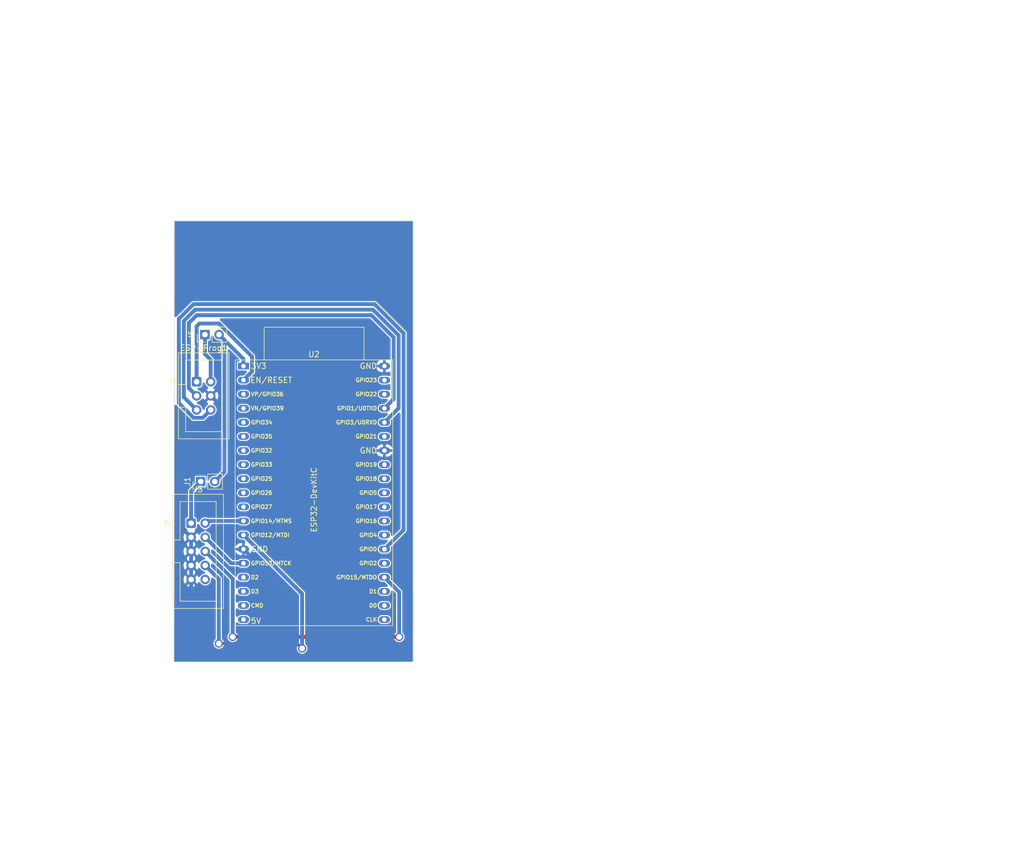
<source format=kicad_pcb>
(kicad_pcb (version 20241229) (generator "pcbnew") (generator_version "9.0")
  (layers (0 "F.Cu" signal) (2 "B.Cu" signal) (13 "F.Paste" user) (15 "B.Paste" user) (5 "F.SilkS" user "F.Silkscreen") (7 "B.SilkS" user "B.Silkscreen") (1 "F.Mask" user) (3 "B.Mask" user) (25 "Edge.Cuts" user))
  (net 0 "")
  (net 1 "GNDD")
  (net 2 "/ESP_EN")
  (net 3 "/VDD")
  (net 4 "/ESP_3V3")
  (net 12 "/Debug_TDI")
  (net 13 "/Debug_TMS")
  (net 14 "/Debug_TCK")
  (net 15 "/Debug_TDO")
  (net 18 "/BT_UATR_RX")
  (net 19 "/BT_UATR_TX")
  (net 23 "/BOOT")
  (net 25 "+3V3")
  (footprint "Connector_IDC:IDC-Header_2x05_P2.54mm_Vertical" (layer "F.Cu") (at 75 109.5)
    (property "Reference" "J3" (at 1.27 -6.1 0) (layer "F.SilkS"))
    (property "Value" "Conn_02x05_Odd_Even")
    (fp_line (start -4.68 -0.5) (end -4.68 0.5) (stroke (width 0.12)) (layer "F.SilkS"))
    (fp_line (start -4.68 0.5) (end -3.68 0) (stroke (width 0.12)) (layer "F.SilkS"))
    (fp_line (start -3.68 0) (end -4.68 -0.5) (stroke (width 0.12)) (layer "F.SilkS"))
    (fp_line (start -3.29 -5.21) (end 5.83 -5.21) (stroke (width 0.12)) (layer "F.SilkS"))
    (fp_line (start -3.29 3.03) (end -1.98 3.03) (stroke (width 0.12)) (layer "F.SilkS"))
    (fp_line (start -3.29 15.37) (end -3.29 -5.21) (stroke (width 0.12)) (layer "F.SilkS"))
    (fp_line (start -1.98 -3.91) (end 4.52 -3.91) (stroke (width 0.12)) (layer "F.SilkS"))
    (fp_line (start -1.98 3.03) (end -1.98 -3.91) (stroke (width 0.12)) (layer "F.SilkS"))
    (fp_line (start -1.98 7.13) (end -3.29 7.13) (stroke (width 0.12)) (layer "F.SilkS"))
    (fp_line (start -1.98 14.07) (end -1.98 7.13) (stroke (width 0.12)) (layer "F.SilkS"))
    (fp_line (start 4.52 -3.91) (end 4.52 14.07) (stroke (width 0.12)) (layer "F.SilkS"))
    (fp_line (start 4.52 14.07) (end -1.98 14.07) (stroke (width 0.12)) (layer "F.SilkS"))
    (fp_line (start 5.83 -5.21) (end 5.83 15.37) (stroke (width 0.12)) (layer "F.SilkS"))
    (fp_line (start 5.83 15.37) (end -3.29 15.37) (stroke (width 0.12)) (layer "F.SilkS"))
    (pad "1" thru_hole roundrect (at 0 0) (size 1.7 1.7) (drill 1) (layers "*.Cu" "*.Mask") (roundrect_rratio 0.147059) (net 3 "/VDD"))
    (pad "2" thru_hole circle (at 2.54 0) (size 1.7 1.7) (drill 1) (layers "*.Cu" "*.Mask") (net 13 "/Debug_TMS"))
    (pad "3" thru_hole circle (at 0 2.54) (size 1.7 1.7) (drill 1) (layers "*.Cu" "*.Mask") (net 1 "GNDD"))
    (pad "4" thru_hole circle (at 2.54 2.54) (size 1.7 1.7) (drill 1) (layers "*.Cu" "*.Mask") (net 14 "/Debug_TCK"))
    (pad "5" thru_hole circle (at 0 5.08) (size 1.7 1.7) (drill 1) (layers "*.Cu" "*.Mask") (net 1 "GNDD"))
    (pad "6" thru_hole circle (at 2.54 5.08) (size 1.7 1.7) (drill 1) (layers "*.Cu" "*.Mask") (net 15 "/Debug_TDO"))
    (pad "7" thru_hole circle (at 0 7.62) (size 1.7 1.7) (drill 1) (layers "*.Cu" "*.Mask") (net 1 "GNDD"))
    (pad "8" thru_hole circle (at 2.54 7.62) (size 1.7 1.7) (drill 1) (layers "*.Cu" "*.Mask") (net 12 "/Debug_TDI"))
    (pad "9" thru_hole circle (at 0 10.16) (size 1.7 1.7) (drill 1) (layers "*.Cu" "*.Mask") (net 1 "GNDD"))
    (pad "10" thru_hole circle (at 2.54 10.16) (size 1.7 1.7) (drill 1) (layers "*.Cu" "*.Mask"))
  )
  (footprint "Espressif:ESP32-DevKitC" (layer "F.Cu") (at 84.44 81.165)
    (property "Reference" "U2" (at 12.7 -2.1 0) (layer "F.SilkS"))
    (property "Value" "ESP32-DevKitC" (at 12.7 24.13 90) (layer "F.SilkS"))
    (fp_line (start -1.5 46.82) (end 26.899999 46.82) (stroke (width 0.12)) (layer "F.SilkS"))
    (fp_line (start -1.499999 -1.1) (end -1.5 46.82) (stroke (width 0.12)) (layer "F.SilkS"))
    (fp_line (start 3.73012 -7.01312) (end 21.71332 -7.01312) (stroke (width 0.12)) (layer "F.SilkS"))
    (fp_line (start 3.73012 -1.12032) (end 3.73012 -7.01312) (stroke (width 0.12)) (layer "F.SilkS"))
    (fp_line (start 21.71332 -7.01312) (end 21.71332 -1.12032) (stroke (width 0.12)) (layer "F.SilkS"))
    (fp_line (start 26.899999 46.82) (end 26.9 -1.1) (stroke (width 0.12)) (layer "F.SilkS"))
    (fp_line (start 26.9 -1.1) (end -1.499999 -1.1) (stroke (width 0.12)) (layer "F.SilkS"))
    (fp_text user "GPIO2" (at 24.13 35.56 0) (layer "F.SilkS") (effects (font (size 0.7 0.7)) (justify right)))
    (fp_text user "GPIO14/MTMS" (at 1.27 27.94 0) (layer "F.SilkS") (effects (font (size 0.7 0.7)) (justify left)))
    (fp_text user "GPIO12/MTDI" (at 1.27 30.48 0) (layer "F.SilkS") (effects (font (size 0.7 0.7)) (justify left)))
    (fp_text user "GPIO32" (at 1.27 15.24 0) (layer "F.SilkS") (effects (font (size 0.7 0.7)) (justify left)))
    (fp_text user "D2" (at 1.27 38.1 0) (layer "F.SilkS") (effects (font (size 0.7 0.7)) (justify left)))
    (fp_text user "VP/GPIO36" (at 1.27 5.08 0) (layer "F.SilkS") (effects (font (size 0.7 0.7)) (justify left)))
    (fp_text user "GPIO21" (at 24.13 12.7 0) (layer "F.SilkS") (effects (font (size 0.7 0.7)) (justify right)))
    (fp_text user "EN/RESET" (at 8.88632 2.53728 0) (layer "F.SilkS") (effects (justify right)))
    (fp_text user "CLK" (at 24.13 45.72 0) (layer "F.SilkS") (effects (font (size 0.7 0.7)) (justify right)))
    (fp_text user "GPIO19" (at 24.13 17.78 0) (layer "F.SilkS") (effects (font (size 0.7 0.7)) (justify right)))
    (fp_text user "GPIO0" (at 24.13 33.02 0) (layer "F.SilkS") (effects (font (size 0.7 0.7)) (justify right)))
    (fp_text user "GPIO5" (at 24.13 22.86 0) (layer "F.SilkS") (effects (font (size 0.7 0.7)) (justify right)))
    (fp_text user "GPIO25" (at 1.27 20.32 0) (layer "F.SilkS") (effects (font (size 0.7 0.7)) (justify left)))
    (fp_text user "GPIO23" (at 24.13 2.54 0) (layer "F.SilkS") (effects (font (size 0.7 0.7)) (justify right)))
    (fp_text user "3V3" (at 1.27 0 0) (layer "F.SilkS") (effects (justify left)))
    (fp_text user "D0" (at 24.13 43.18 0) (layer "F.SilkS") (effects (font (size 0.7 0.7)) (justify right)))
    (fp_text user "GPIO33" (at 1.27 17.78 0) (layer "F.SilkS") (effects (font (size 0.7 0.7)) (justify left)))
    (fp_text user "D3" (at 1.27 40.64 0) (layer "F.SilkS") (effects (font (size 0.7 0.7)) (justify left)))
    (fp_text user "GPIO15/MTDO" (at 24.13 38.1 0) (layer "F.SilkS") (effects (font (size 0.7 0.7)) (justify right)))
    (fp_text user "GPIO17" (at 24.13 25.4 0) (layer "F.SilkS") (effects (font (size 0.7 0.7)) (justify right)))
    (fp_text user "GPIO1/U0TXD" (at 24.13 7.62 0) (layer "F.SilkS") (effects (font (size 0.7 0.7)) (justify right)))
    (fp_text user "GPIO4" (at 24.13 30.48 0) (layer "F.SilkS") (effects (font (size 0.7 0.7)) (justify right)))
    (fp_text user "GPIO22" (at 24.13 5.08 0) (layer "F.SilkS") (effects (font (size 0.7 0.7)) (justify right)))
    (fp_text user "GND" (at 1.27 33.02 0) (layer "F.SilkS") (effects (justify left)))
    (fp_text user "5V" (at 1.26632 45.97128 0) (layer "F.SilkS") (effects (justify left)))
    (fp_text user "GND" (at 24.13 0 0) (layer "F.SilkS") (effects (justify right)))
    (fp_text user "GPIO26" (at 1.27 22.86 0) (layer "F.SilkS") (effects (font (size 0.7 0.7)) (justify left)))
    (fp_text user "GPIO13/MTCK" (at 1.27 35.56 0) (layer "F.SilkS") (effects (font (size 0.7 0.7)) (justify left)))
    (fp_text user "D1" (at 24.13 40.64 0) (layer "F.SilkS") (effects (font (size 0.7 0.7)) (justify right)))
    (fp_text user "CMD" (at 1.27 43.18 0) (layer "F.SilkS") (effects (font (size 0.7 0.7)) (justify left)))
    (fp_text user "GPIO27" (at 1.27 25.4 0) (layer "F.SilkS") (effects (font (size 0.7 0.7)) (justify left)))
    (fp_text user "GPIO3/U0RXD" (at 24.13 10.16 0) (layer "F.SilkS") (effects (font (size 0.7 0.7)) (justify right)))
    (fp_text user "VN/GPIO39" (at 1.27 7.62 0) (layer "F.SilkS") (effects (font (size 0.7 0.7)) (justify left)))
    (fp_text user "GND" (at 24.13 15.24 0) (layer "F.SilkS") (effects (justify right)))
    (fp_text user "GPIO16" (at 24.13 27.94 0) (layer "F.SilkS") (effects (font (size 0.7 0.7)) (justify right)))
    (fp_text user "GPIO34" (at 1.27 10.16 0) (layer "F.SilkS") (effects (font (size 0.7 0.7)) (justify left)))
    (fp_text user "GPIO35" (at 1.27 12.7 0) (layer "F.SilkS") (effects (font (size 0.7 0.7)) (justify left)))
    (fp_text user "GPIO18" (at 24.13 20.32 0) (layer "F.SilkS") (effects (font (size 0.7 0.7)) (justify right)))
    (pad "1" thru_hole rect (at 0 0 270) (size 1.2 2) (drill 0.8) (layers "*.Cu" "*.Mask") (net 4 "/ESP_3V3"))
    (pad "2" thru_hole oval (at 0 2.54 270) (size 1.2 2) (drill 0.8) (layers "*.Cu" "*.Mask") (net 2 "/ESP_EN"))
    (pad "3" thru_hole oval (at 0 5.08 270) (size 1.2 2) (drill 0.8) (layers "*.Cu" "*.Mask"))
    (pad "4" thru_hole oval (at 0 7.62 270) (size 1.2 2) (drill 0.8) (layers "*.Cu" "*.Mask"))
    (pad "5" thru_hole oval (at 0 10.16 270) (size 1.2 2) (drill 0.8) (layers "*.Cu" "*.Mask"))
    (pad "6" thru_hole oval (at 0 12.7 270) (size 1.2 2) (drill 0.8) (layers "*.Cu" "*.Mask"))
    (pad "7" thru_hole oval (at 0 15.24 270) (size 1.2 2) (drill 0.8) (layers "*.Cu" "*.Mask"))
    (pad "8" thru_hole oval (at 0 17.78 270) (size 1.2 2) (drill 0.8) (layers "*.Cu" "*.Mask"))
    (pad "9" thru_hole oval (at 0 20.32 270) (size 1.2 2) (drill 0.8) (layers "*.Cu" "*.Mask"))
    (pad "10" thru_hole oval (at 0 22.86 270) (size 1.2 2) (drill 0.8) (layers "*.Cu" "*.Mask"))
    (pad "11" thru_hole oval (at 0 25.4 270) (size 1.2 2) (drill 0.8) (layers "*.Cu" "*.Mask"))
    (pad "12" thru_hole oval (at 0 27.94 270) (size 1.2 2) (drill 0.8) (layers "*.Cu" "*.Mask") (net 13 "/Debug_TMS"))
    (pad "13" thru_hole oval (at 0 30.48 270) (size 1.2 2) (drill 0.8) (layers "*.Cu" "*.Mask") (net 12 "/Debug_TDI"))
    (pad "14" thru_hole oval (at 0 33.02 270) (size 1.2 2) (drill 0.8) (layers "*.Cu" "*.Mask") (net 1 "GNDD"))
    (pad "15" thru_hole oval (at 0 35.56 270) (size 1.2 2) (drill 0.8) (layers "*.Cu" "*.Mask") (net 14 "/Debug_TCK"))
    (pad "16" thru_hole oval (at 0 38.1 270) (size 1.2 2) (drill 0.8) (layers "*.Cu" "*.Mask"))
    (pad "17" thru_hole oval (at 0 40.64 270) (size 1.2 2) (drill 0.8) (layers "*.Cu" "*.Mask"))
    (pad "18" thru_hole oval (at 0 43.18 270) (size 1.2 2) (drill 0.8) (layers "*.Cu" "*.Mask"))
    (pad "19" thru_hole oval (at 0 45.72 270) (size 1.2 2) (drill 0.8) (layers "*.Cu" "*.Mask"))
    (pad "20" thru_hole oval (at 25.39632 45.71728 270) (size 1.2 2) (drill 0.8) (layers "*.Cu" "*.Mask"))
    (pad "21" thru_hole oval (at 25.39632 43.17728 270) (size 1.2 2) (drill 0.8) (layers "*.Cu" "*.Mask"))
    (pad "22" thru_hole oval (at 25.4 40.64 270) (size 1.2 2) (drill 0.8) (layers "*.Cu" "*.Mask"))
    (pad "23" thru_hole oval (at 25.4 38.1 270) (size 1.2 2) (drill 0.8) (layers "*.Cu" "*.Mask") (net 15 "/Debug_TDO"))
    (pad "24" thru_hole oval (at 25.4 35.56 270) (size 1.2 2) (drill 0.8) (layers "*.Cu" "*.Mask"))
    (pad "25" thru_hole oval (at 25.4 33.02 270) (size 1.2 2) (drill 0.8) (layers "*.Cu" "*.Mask") (net 23 "/BOOT"))
    (pad "26" thru_hole oval (at 25.4 30.48 270) (size 1.2 2) (drill 0.8) (layers "*.Cu" "*.Mask"))
    (pad "27" thru_hole oval (at 25.4 27.94 270) (size 1.2 2) (drill 0.8) (layers "*.Cu" "*.Mask"))
    (pad "28" thru_hole oval (at 25.4 25.4 270) (size 1.2 2) (drill 0.8) (layers "*.Cu" "*.Mask"))
    (pad "29" thru_hole oval (at 25.4 22.86 270) (size 1.2 2) (drill 0.8) (layers "*.Cu" "*.Mask"))
    (pad "30" thru_hole oval (at 25.4 20.32 270) (size 1.2 2) (drill 0.8) (layers "*.Cu" "*.Mask"))
    (pad "31" thru_hole oval (at 25.4 17.78 270) (size 1.2 2) (drill 0.8) (layers "*.Cu" "*.Mask"))
    (pad "32" thru_hole oval (at 25.4 15.24 270) (size 1.2 2) (drill 0.8) (layers "*.Cu" "*.Mask") (net 1 "GNDD"))
    (pad "33" thru_hole oval (at 25.4 12.7 270) (size 1.2 2) (drill 0.8) (layers "*.Cu" "*.Mask"))
    (pad "34" thru_hole oval (at 25.4 10.16 270) (size 1.2 2) (drill 0.8) (layers "*.Cu" "*.Mask") (net 18 "/BT_UATR_RX"))
    (pad "35" thru_hole oval (at 25.4 7.62 270) (size 1.2 2) (drill 0.8) (layers "*.Cu" "*.Mask") (net 19 "/BT_UATR_TX"))
    (pad "36" thru_hole oval (at 25.4 5.08 270) (size 1.2 2) (drill 0.8) (layers "*.Cu" "*.Mask"))
    (pad "37" thru_hole oval (at 25.4 2.54 270) (size 1.2 2) (drill 0.8) (layers "*.Cu" "*.Mask"))
    (pad "38" thru_hole oval (at 25.4 0 270) (size 1.2 2) (drill 0.8) (layers "*.Cu" "*.Mask") (net 1 "GNDD"))
  )
  (footprint "Connector_IDC:IDC-Header_2x03_P2.54mm_Vertical" (layer "F.Cu") (at 76 84)
    (property "Reference" "ESP-Prog1" (at 1.27 -6.1 0) (layer "F.SilkS"))
    (property "Value" "Conn_02x03_Odd_Even")
    (fp_line (start -4.68 -0.5) (end -4.68 0.5) (stroke (width 0.12)) (layer "F.SilkS"))
    (fp_line (start -4.68 0.5) (end -3.68 0) (stroke (width 0.12)) (layer "F.SilkS"))
    (fp_line (start -3.68 0) (end -4.68 -0.5) (stroke (width 0.12)) (layer "F.SilkS"))
    (fp_line (start -3.29 -5.21) (end 5.83 -5.21) (stroke (width 0.12)) (layer "F.SilkS"))
    (fp_line (start -3.29 0.49) (end -1.98 0.49) (stroke (width 0.12)) (layer "F.SilkS"))
    (fp_line (start -3.29 10.29) (end -3.29 -5.21) (stroke (width 0.12)) (layer "F.SilkS"))
    (fp_line (start -1.98 -3.91) (end 4.52 -3.91) (stroke (width 0.12)) (layer "F.SilkS"))
    (fp_line (start -1.98 0.49) (end -1.98 -3.91) (stroke (width 0.12)) (layer "F.SilkS"))
    (fp_line (start -1.98 4.59) (end -3.29 4.59) (stroke (width 0.12)) (layer "F.SilkS"))
    (fp_line (start -1.98 8.99) (end -1.98 4.59) (stroke (width 0.12)) (layer "F.SilkS"))
    (fp_line (start 4.52 -3.91) (end 4.52 8.99) (stroke (width 0.12)) (layer "F.SilkS"))
    (fp_line (start 4.52 8.99) (end -1.98 8.99) (stroke (width 0.12)) (layer "F.SilkS"))
    (fp_line (start 5.83 -5.21) (end 5.83 10.29) (stroke (width 0.12)) (layer "F.SilkS"))
    (fp_line (start 5.83 10.29) (end -3.29 10.29) (stroke (width 0.12)) (layer "F.SilkS"))
    (pad "1" thru_hole roundrect (at 0 0) (size 1.7 1.7) (drill 1) (layers "*.Cu" "*.Mask") (roundrect_rratio 0.147059) (net 2 "/ESP_EN"))
    (pad "2" thru_hole circle (at 2.54 0) (size 1.7 1.7) (drill 1) (layers "*.Cu" "*.Mask") (net 25 "+3V3"))
    (pad "3" thru_hole circle (at 0 2.54) (size 1.7 1.7) (drill 1) (layers "*.Cu" "*.Mask") (net 19 "/BT_UATR_TX"))
    (pad "4" thru_hole circle (at 2.54 2.54) (size 1.7 1.7) (drill 1) (layers "*.Cu" "*.Mask") (net 1 "GNDD"))
    (pad "5" thru_hole circle (at 0 5.08) (size 1.7 1.7) (drill 1) (layers "*.Cu" "*.Mask") (net 18 "/BT_UATR_RX"))
    (pad "6" thru_hole circle (at 2.54 5.08) (size 1.7 1.7) (drill 1) (layers "*.Cu" "*.Mask") (net 23 "/BOOT"))
  )
  (footprint "Connector_PinHeader_2.54mm:PinHeader_1x02_P2.54mm_Vertical" (layer "F.Cu") (at 76.725 102 90)
    (property "Reference" "J1" (at 0 -2.38 90) (layer "F.SilkS"))
    (property "Value" "Conn_01x02_Pin")
    (fp_line (start -1.38 -1.38) (end 0 -1.38) (stroke (width 0.12)) (layer "F.SilkS"))
    (fp_line (start -1.38 0) (end -1.38 -1.38) (stroke (width 0.12)) (layer "F.SilkS"))
    (fp_line (start 1.38 1.27) (end 1.38 3.92) (stroke (width 0.12)) (layer "F.SilkS"))
    (fp_line (start -1.38 1.27) (end 1.38 1.27) (stroke (width 0.12)) (layer "F.SilkS"))
    (fp_line (start -1.38 1.27) (end -1.38 3.92) (stroke (width 0.12)) (layer "F.SilkS"))
    (fp_line (start -1.38 3.92) (end 1.38 3.92) (stroke (width 0.12)) (layer "F.SilkS"))
    (pad "1" thru_hole rect (at 0 0 90) (size 1.7 1.7) (drill 1) (layers "*.Cu" "*.Mask") (net 3 "/VDD"))
    (pad "2" thru_hole circle (at 0 2.54 90) (size 1.7 1.7) (drill 1) (layers "*.Cu" "*.Mask") (net 4 "/ESP_3V3"))
  )
  (footprint "Connector_PinHeader_2.54mm:PinHeader_1x02_P2.54mm_Vertical" (layer "F.Cu") (at 77.5 75.5 90)
    (property "Reference" "J5" (at 0 -2.38 90) (layer "F.SilkS"))
    (property "Value" "Conn_01x02_Pin")
    (fp_line (start -1.38 -1.38) (end 0 -1.38) (stroke (width 0.12)) (layer "F.SilkS"))
    (fp_line (start -1.38 0) (end -1.38 -1.38) (stroke (width 0.12)) (layer "F.SilkS"))
    (fp_line (start 1.38 1.27) (end 1.38 3.92) (stroke (width 0.12)) (layer "F.SilkS"))
    (fp_line (start -1.38 1.27) (end 1.38 1.27) (stroke (width 0.12)) (layer "F.SilkS"))
    (fp_line (start -1.38 1.27) (end -1.38 3.92) (stroke (width 0.12)) (layer "F.SilkS"))
    (fp_line (start -1.38 3.92) (end 1.38 3.92) (stroke (width 0.12)) (layer "F.SilkS"))
    (pad "1" thru_hole rect (at 0 0 90) (size 1.7 1.7) (drill 1) (layers "*.Cu" "*.Mask") (net 25 "+3V3"))
    (pad "2" thru_hole circle (at 0 2.54 90) (size 1.7 1.7) (drill 1) (layers "*.Cu" "*.Mask") (net 4 "/ESP_3V3"))
  )
  (gr_line (start 72 134.5) (end 115 134.5) (stroke (width 0.1)) (layer "Edge.Cuts"))
  (gr_line (start 115 55) (end 115 134.5) (stroke (width 0.1)) (layer "Edge.Cuts"))
  (gr_line (start 72 55) (end 71.926883 134.5) (stroke (width 0.1)) (layer "Edge.Cuts"))
  (gr_line (start 115 55) (end 72 55) (stroke (width 0.1)) (layer "Edge.Cuts"))
  (segment (start 87.5 133.35) (end 75 133.35) (width 0.7) (layer "B.Cu") (net 1))
  (segment (start 75 112.04) (end 75 114.58) (width 0.7) (layer "B.Cu") (net 1))
  (segment (start 79.941 87.941) (end 79.941 95.982) (width 0.7) (layer "B.Cu") (net 1))
  (segment (start 87.5 117.245) (end 87.5 133.35) (width 0.7) (layer "B.Cu") (net 1))
  (segment (start 79.941 95.982) (end 73.599 102.324) (width 0.7) (layer "B.Cu") (net 1))
  (segment (start 73.599 110.639) (end 75 112.04) (width 0.7) (layer "B.Cu") (net 1))
  (segment (start 73.599 102.324) (end 73.599 110.639) (width 0.7) (layer "B.Cu") (net 1))
  (segment (start 75 117.12) (end 75 119.66) (width 0.7) (layer "B.Cu") (net 1))
  (segment (start 75 114.58) (end 75 117.12) (width 0.7) (layer "B.Cu") (net 1))
  (segment (start 78.54 86.54) (end 79.941 87.941) (width 0.7) (layer "B.Cu") (net 1))
  (segment (start 75 133.35) (end 75 119.66) (width 0.7) (layer "B.Cu") (net 1))
  (segment (start 84.44 114.185) (end 87.5 117.245) (width 0.7) (layer "B.Cu") (net 1))
  (segment (start 85.991 79.469686) (end 85.991 82.154) (width 0.7) (layer "B.Cu") (net 2))
  (segment (start 85.991 82.154) (end 84.44 83.705) (width 0.7) (layer "B.Cu") (net 2))
  (segment (start 76 84) (end 76 74) (width 0.7) (layer "B.Cu") (net 2))
  (segment (start 76.5 73.5) (end 80.021314 73.5) (width 0.7) (layer "B.Cu") (net 2))
  (segment (start 80.021314 73.5) (end 85.991 79.469686) (width 0.7) (layer "B.Cu") (net 2))
  (segment (start 76 74) (end 76.5 73.5) (width 0.7) (layer "B.Cu") (net 2))
  (segment (start 75 109.5) (end 75 103.725) (width 0.7) (layer "B.Cu") (net 3))
  (segment (start 75 103.725) (end 76.725 102) (width 0.7) (layer "B.Cu") (net 3))
  (segment (start 81.02 100.245) (end 81.02 76.48) (width 0.7) (layer "B.Cu") (net 4))
  (segment (start 80.04 75.5) (end 81.02 76.48) (width 0.7) (layer "B.Cu") (net 4))
  (segment (start 81.02 76.48) (end 84.44 79.9) (width 0.7) (layer "B.Cu") (net 4))
  (segment (start 84.44 79.9) (end 84.44 81.165) (width 0.7) (layer "B.Cu") (net 4))
  (segment (start 79.265 102) (end 81.02 100.245) (width 0.7) (layer "B.Cu") (net 4))
  (segment (start 94.12 131.2) (end 95 132.08) (width 0.5) (layer "F.Cu") (net 12))
  (segment (start 80 131.35) (end 80 131.2) (width 0.7) (layer "F.Cu") (net 12))
  (segment (start 80 131.2) (end 94.12 131.2) (width 0.5) (layer "F.Cu") (net 12))
  (via (at 80 131.2) (size 1.5) (drill 1) (layers "F.Cu" "B.Cu") (net 12))
  (via (at 95 132.08) (size 1.5) (drill 1) (layers "F.Cu" "B.Cu") (net 12))
  (segment (start 95 132.08) (end 95 122.205) (width 0.7) (layer "B.Cu") (net 12))
  (segment (start 95 122.205) (end 84.44 111.645) (width 0.7) (layer "B.Cu") (net 12))
  (segment (start 80 119.58) (end 77.54 117.12) (width 0.7) (layer "B.Cu") (net 12))
  (segment (start 80 131.2) (end 80 119.58) (width 0.7) (layer "B.Cu") (net 12))
  (segment (start 77.54 109.5) (end 77.935 109.105) (width 0.7) (layer "B.Cu") (net 13))
  (segment (start 77.935 109.105) (end 84.44 109.105) (width 0.7) (layer "B.Cu") (net 13))
  (segment (start 82.225 116.725) (end 84.44 116.725) (width 0.7) (layer "B.Cu") (net 14))
  (segment (start 77.54 112.04) (end 82.225 116.725) (width 0.7) (layer "B.Cu") (net 14))
  (segment (start 82.5 130) (end 112.5 130) (width 0.7) (layer "F.Cu") (net 15))
  (via (at 112.5 130) (size 1.5) (drill 1) (layers "F.Cu" "B.Cu") (net 15))
  (via (at 82.5 130) (size 1.5) (drill 1) (layers "F.Cu" "B.Cu") (net 15))
  (segment (start 112.5 121.925) (end 109.84 119.265) (width 0.7) (layer "B.Cu") (net 15))
  (segment (start 82.5 119.54) (end 82.5 130) (width 0.7) (layer "B.Cu") (net 15))
  (segment (start 112.5 130) (end 112.5 121.925) (width 0.7) (layer "B.Cu") (net 15))
  (segment (start 77.54 114.58) (end 82.5 119.54) (width 0.7) (layer "B.Cu") (net 15))
  (segment (start 73.698001 73.027793) (end 75.725794 71) (width 0.7) (layer "B.Cu") (net 18))
  (segment (start 112.401 75.626794) (end 112.401 88.764) (width 0.7) (layer "B.Cu") (net 18))
  (segment (start 112.401 88.764) (end 109.84 91.325) (width 0.7) (layer "B.Cu") (net 18))
  (segment (start 73.698001 86.778001) (end 73.698001 73.027793) (width 0.7) (layer "B.Cu") (net 18))
  (segment (start 75.725794 71) (end 107.774206 71) (width 0.7) (layer "B.Cu") (net 18))
  (segment (start 76 89.08) (end 73.698001 86.778001) (width 0.7) (layer "B.Cu") (net 18))
  (segment (start 107.774206 71) (end 112.401 75.626794) (width 0.7) (layer "B.Cu") (net 18))
  (segment (start 74.599 73.401) (end 76 72) (width 0.7) (layer "B.Cu") (net 19))
  (segment (start 111.5 76) (end 111.5 87.125) (width 0.7) (layer "B.Cu") (net 19))
  (segment (start 107.5 72) (end 111.5 76) (width 0.7) (layer "B.Cu") (net 19))
  (segment (start 76 72) (end 107.5 72) (width 0.7) (layer "B.Cu") (net 19))
  (segment (start 76 86.54) (end 74.599 85.139) (width 0.7) (layer "B.Cu") (net 19))
  (segment (start 74.599 85.139) (end 74.599 73.401) (width 0.7) (layer "B.Cu") (net 19))
  (segment (start 111.5 87.125) (end 109.84 88.785) (width 0.7) (layer "B.Cu") (net 19))
  (segment (start 113.302 110.723) (end 109.84 114.185) (width 0.7) (layer "B.Cu") (net 23))
  (segment (start 75.451588 70) (end 108.048412 70) (width 0.7) (layer "B.Cu") (net 23))
  (segment (start 108.048412 70) (end 113.302 75.253588) (width 0.7) (layer "B.Cu") (net 23))
  (segment (start 78.54 89.08) (end 77.12 90.5) (width 0.7) (layer "B.Cu") (net 23))
  (segment (start 113.302 75.253588) (end 113.302 110.723) (width 0.7) (layer "B.Cu") (net 23))
  (segment (start 72.797002 72.654586) (end 75.451588 70) (width 0.7) (layer "B.Cu") (net 23))
  (segment (start 75.438686 90.5) (end 72.797002 87.858316) (width 0.7) (layer "B.Cu") (net 23))
  (segment (start 77.12 90.5) (end 75.438686 90.5) (width 0.7) (layer "B.Cu") (net 23))
  (segment (start 72.797002 87.858316) (end 72.797002 72.654586) (width 0.7) (layer "B.Cu") (net 23))
  (segment (start 78.54 80.04) (end 77.5 79) (width 0.7) (layer "B.Cu") (net 25))
  (segment (start 78.54 84) (end 78.54 80.04) (width 0.7) (layer "B.Cu") (net 25))
  (segment (start 77.5 79) (end 77.5 75.5) (width 0.7) (layer "B.Cu") (net 25))
  (zone (net 1) (net_name "GNDD") (layer "B.Cu") (name "GNDD") (connect_pads (clearance 0)) (min_thickness 0.5) (fill yes (thermal_gap 0.5) (thermal_bridge_width 0.5))
    (polygon (pts (xy 117.5 137.5) (xy 120 52.5) (xy 67.5 52.5) (xy 67.5 137.5)))
  )
)
</source>
